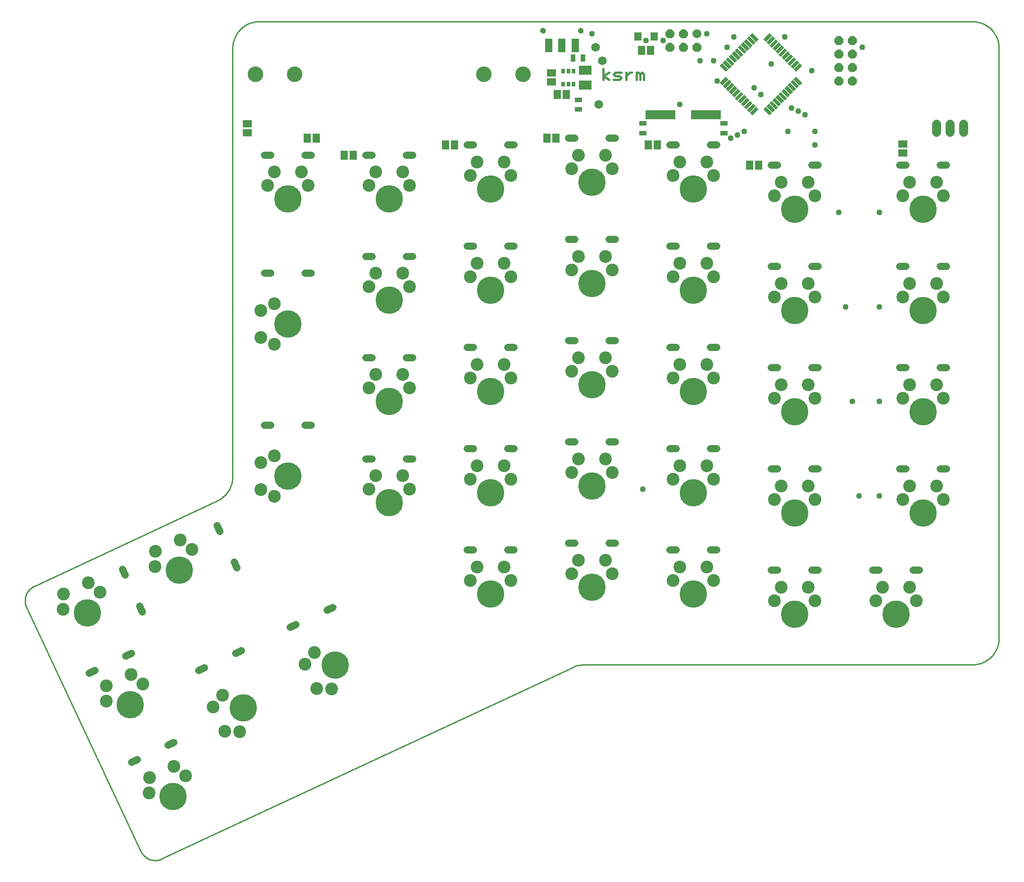
<source format=gts>
G75*
G70*
%OFA0B0*%
%FSLAX24Y24*%
%IPPOS*%
%LPD*%
%AMOC8*
5,1,8,0,0,1.08239X$1,22.5*
%
%ADD10C,0.0100*%
%ADD11C,0.0180*%
%ADD12C,0.0945*%
%ADD13C,0.2030*%
%ADD14C,0.0540*%
%ADD15C,0.1155*%
%ADD16R,0.0651X0.0257*%
%ADD17R,0.0257X0.0651*%
%ADD18R,0.2225X0.0651*%
%ADD19R,0.0532X0.0375*%
%ADD20OC8,0.0660*%
%ADD21R,0.0296X0.0375*%
%ADD22R,0.0926X0.0690*%
%ADD23R,0.0532X0.1044*%
%ADD24C,0.0000*%
%ADD25C,0.0414*%
%ADD26C,0.0660*%
%ADD27R,0.0572X0.0651*%
%ADD28R,0.0651X0.0572*%
%ADD29R,0.0375X0.0532*%
%ADD30R,0.0532X0.0611*%
%ADD31C,0.0660*%
%ADD32C,0.0651*%
%ADD33C,0.0436*%
D10*
X011301Y002388D02*
X002853Y020446D01*
X002827Y020506D01*
X002804Y020569D01*
X002785Y020632D01*
X002769Y020696D01*
X002757Y020761D01*
X002748Y020827D01*
X002743Y020893D01*
X002742Y020959D01*
X002745Y021026D01*
X002751Y021092D01*
X002761Y021157D01*
X002775Y021222D01*
X002792Y021286D01*
X002813Y021349D01*
X002837Y021410D01*
X002865Y021470D01*
X002896Y021529D01*
X002930Y021586D01*
X002968Y021640D01*
X003008Y021693D01*
X003051Y021743D01*
X003098Y021791D01*
X003146Y021836D01*
X003197Y021878D01*
X003251Y021917D01*
X003306Y021953D01*
X003364Y021986D01*
X003423Y022016D01*
X003422Y022016D02*
X016965Y028348D01*
X016966Y028347D02*
X017049Y028389D01*
X017130Y028434D01*
X017209Y028483D01*
X017286Y028536D01*
X017360Y028592D01*
X017431Y028652D01*
X017500Y028715D01*
X017565Y028781D01*
X017627Y028850D01*
X017686Y028922D01*
X017741Y028997D01*
X017793Y029074D01*
X017841Y029153D01*
X017885Y029235D01*
X017926Y029319D01*
X017962Y029405D01*
X017994Y029492D01*
X018022Y029580D01*
X018046Y029670D01*
X018066Y029761D01*
X018081Y029853D01*
X018092Y029945D01*
X018099Y030038D01*
X018101Y030131D01*
X018100Y030131D02*
X018100Y061870D01*
X018102Y061964D01*
X018109Y062057D01*
X018120Y062150D01*
X018136Y062243D01*
X018156Y062334D01*
X018180Y062425D01*
X018208Y062514D01*
X018241Y062602D01*
X018278Y062688D01*
X018319Y062772D01*
X018364Y062855D01*
X018413Y062935D01*
X018465Y063012D01*
X018521Y063087D01*
X018581Y063159D01*
X018644Y063229D01*
X018710Y063295D01*
X018780Y063358D01*
X018852Y063418D01*
X018927Y063474D01*
X019004Y063526D01*
X019084Y063575D01*
X019167Y063620D01*
X019251Y063661D01*
X019337Y063698D01*
X019425Y063731D01*
X019514Y063759D01*
X019605Y063783D01*
X019696Y063803D01*
X019789Y063819D01*
X019882Y063830D01*
X019975Y063837D01*
X020069Y063839D01*
X072825Y063839D01*
X072919Y063837D01*
X073012Y063830D01*
X073105Y063819D01*
X073198Y063803D01*
X073289Y063783D01*
X073380Y063759D01*
X073469Y063731D01*
X073557Y063698D01*
X073643Y063661D01*
X073727Y063620D01*
X073809Y063575D01*
X073890Y063526D01*
X073967Y063474D01*
X074042Y063418D01*
X074114Y063358D01*
X074184Y063295D01*
X074250Y063229D01*
X074313Y063159D01*
X074373Y063087D01*
X074429Y063012D01*
X074481Y062935D01*
X074530Y062854D01*
X074575Y062772D01*
X074616Y062688D01*
X074653Y062602D01*
X074686Y062514D01*
X074714Y062425D01*
X074738Y062334D01*
X074758Y062243D01*
X074774Y062150D01*
X074785Y062057D01*
X074792Y061964D01*
X074794Y061870D01*
X074793Y061870D02*
X074793Y018169D01*
X074794Y018169D02*
X074792Y018075D01*
X074785Y017982D01*
X074774Y017889D01*
X074758Y017796D01*
X074738Y017705D01*
X074714Y017614D01*
X074686Y017525D01*
X074653Y017437D01*
X074616Y017351D01*
X074575Y017267D01*
X074530Y017185D01*
X074481Y017104D01*
X074429Y017027D01*
X074373Y016952D01*
X074313Y016880D01*
X074250Y016810D01*
X074184Y016744D01*
X074114Y016681D01*
X074042Y016621D01*
X073967Y016565D01*
X073890Y016513D01*
X073810Y016464D01*
X073727Y016419D01*
X073643Y016378D01*
X073557Y016341D01*
X073469Y016308D01*
X073380Y016280D01*
X073289Y016256D01*
X073198Y016236D01*
X073105Y016220D01*
X073012Y016209D01*
X072919Y016202D01*
X072825Y016200D01*
X072825Y016201D02*
X044127Y016201D01*
X043295Y016016D02*
X012870Y001818D01*
X012807Y001791D01*
X012743Y001767D01*
X012677Y001747D01*
X012610Y001731D01*
X012543Y001720D01*
X012475Y001712D01*
X012406Y001708D01*
X012337Y001707D01*
X012269Y001711D01*
X012201Y001719D01*
X012133Y001731D01*
X012066Y001747D01*
X012000Y001767D01*
X011936Y001790D01*
X011873Y001817D01*
X011811Y001848D01*
X011752Y001882D01*
X011695Y001920D01*
X011639Y001961D01*
X011587Y002005D01*
X011537Y002052D01*
X011490Y002102D01*
X011445Y002154D01*
X011404Y002209D01*
X011367Y002267D01*
X011332Y002326D01*
X011301Y002387D01*
X043294Y016016D02*
X043382Y016055D01*
X043471Y016089D01*
X043562Y016118D01*
X043654Y016143D01*
X043747Y016164D01*
X043841Y016180D01*
X043936Y016192D01*
X044031Y016199D01*
X044127Y016201D01*
D11*
X045531Y059527D02*
X045531Y060348D01*
X045941Y060074D02*
X045531Y059801D01*
X045941Y059527D01*
X046298Y059527D02*
X046708Y059527D01*
X046845Y059664D01*
X046708Y059801D01*
X046435Y059801D01*
X046298Y059937D01*
X046435Y060074D01*
X046845Y060074D01*
X047219Y060074D02*
X047219Y059527D01*
X047219Y059801D02*
X047492Y060074D01*
X047629Y060074D01*
X047986Y060074D02*
X048123Y060074D01*
X048260Y059937D01*
X048396Y060074D01*
X048533Y059937D01*
X048533Y059527D01*
X048260Y059527D02*
X048260Y059937D01*
X047986Y060074D02*
X047986Y059527D01*
D12*
X045691Y053937D03*
X046191Y052937D03*
X043691Y053937D03*
X043191Y052937D03*
X038691Y052437D03*
X038191Y053437D03*
X036191Y053437D03*
X035691Y052437D03*
X031191Y051687D03*
X030691Y052687D03*
X028691Y052687D03*
X028191Y051687D03*
X023691Y051687D03*
X023191Y052687D03*
X021191Y052687D03*
X020691Y051687D03*
X028691Y045187D03*
X028191Y044187D03*
X030691Y045187D03*
X031191Y044187D03*
X035691Y044937D03*
X036191Y045937D03*
X038191Y045937D03*
X038691Y044937D03*
X043191Y045437D03*
X043691Y046437D03*
X045691Y046437D03*
X046191Y045437D03*
X050691Y044937D03*
X051191Y045937D03*
X053191Y045937D03*
X053691Y044937D03*
X058191Y043437D03*
X058691Y044437D03*
X060691Y044437D03*
X061191Y043437D03*
X067691Y043437D03*
X068191Y044437D03*
X070191Y044437D03*
X070691Y043437D03*
X070191Y036937D03*
X070691Y035937D03*
X068191Y036937D03*
X067691Y035937D03*
X061191Y035937D03*
X060691Y036937D03*
X058691Y036937D03*
X058191Y035937D03*
X053691Y037437D03*
X053191Y038437D03*
X051191Y038437D03*
X050691Y037437D03*
X046191Y037937D03*
X045691Y038937D03*
X043691Y038937D03*
X043191Y037937D03*
X038691Y037437D03*
X038191Y038437D03*
X036191Y038437D03*
X035691Y037437D03*
X031191Y036687D03*
X030691Y037687D03*
X028691Y037687D03*
X028191Y036687D03*
X021191Y039933D03*
X020191Y040433D03*
X020191Y042433D03*
X021191Y042933D03*
X021191Y031683D03*
X020191Y031183D03*
X020191Y029183D03*
X021191Y028683D03*
X015086Y024741D03*
X014210Y025436D03*
X012397Y024591D03*
X012367Y023474D03*
X008289Y021572D03*
X007413Y022267D03*
X005600Y021422D03*
X005570Y020305D03*
X010582Y015470D03*
X011458Y014775D03*
X008769Y014625D03*
X008739Y013508D03*
X013752Y008672D03*
X014628Y007977D03*
X011939Y007827D03*
X011909Y006710D03*
X017513Y011254D03*
X018630Y011223D03*
X016667Y013066D03*
X017362Y013942D03*
X023464Y016236D03*
X024159Y017112D03*
X024310Y014424D03*
X025427Y014393D03*
X035691Y022437D03*
X036191Y023437D03*
X038191Y023437D03*
X038691Y022437D03*
X043191Y022937D03*
X043691Y023937D03*
X045691Y023937D03*
X046191Y022937D03*
X050691Y022437D03*
X051191Y023437D03*
X053191Y023437D03*
X053691Y022437D03*
X058191Y020937D03*
X058691Y021937D03*
X060691Y021937D03*
X061191Y020937D03*
X065691Y020937D03*
X066191Y021937D03*
X068191Y021937D03*
X068691Y020937D03*
X067691Y028437D03*
X068191Y029437D03*
X070191Y029437D03*
X070691Y028437D03*
X061191Y028437D03*
X060691Y029437D03*
X058691Y029437D03*
X058191Y028437D03*
X053691Y029937D03*
X053191Y030937D03*
X051191Y030937D03*
X050691Y029937D03*
X046191Y030437D03*
X045691Y031437D03*
X043691Y031437D03*
X043191Y030437D03*
X038691Y029937D03*
X038191Y030937D03*
X036191Y030937D03*
X035691Y029937D03*
X031191Y029187D03*
X030691Y030187D03*
X028691Y030187D03*
X028191Y029187D03*
X050691Y052437D03*
X051191Y053437D03*
X053191Y053437D03*
X053691Y052437D03*
X058191Y050937D03*
X058691Y051937D03*
X060691Y051937D03*
X061191Y050937D03*
X067691Y050937D03*
X068191Y051937D03*
X070191Y051937D03*
X070691Y050937D03*
D13*
X069191Y049937D03*
X069191Y042437D03*
X069191Y034937D03*
X069191Y027437D03*
X067191Y019937D03*
X059691Y019937D03*
X052191Y021437D03*
X059691Y027437D03*
X052191Y028937D03*
X059691Y034937D03*
X052191Y036437D03*
X059691Y042437D03*
X052191Y043937D03*
X059691Y049937D03*
X052191Y051437D03*
X044691Y051937D03*
X037191Y051437D03*
X029691Y050687D03*
X022191Y050687D03*
X029691Y043187D03*
X037191Y043937D03*
X044691Y044437D03*
X044691Y036937D03*
X037191Y036437D03*
X029691Y035687D03*
X022191Y030183D03*
X029691Y028187D03*
X037191Y028937D03*
X044691Y029437D03*
X044691Y021937D03*
X037191Y021437D03*
X025700Y016175D03*
X018903Y013005D03*
X013691Y006437D03*
X010521Y013235D03*
X007352Y020032D03*
X014149Y023201D03*
X022191Y041433D03*
D14*
X011049Y009155D02*
X010614Y008952D01*
X013333Y010220D02*
X013768Y010422D01*
X015598Y015752D02*
X016033Y015955D01*
X018317Y017020D02*
X018752Y017223D01*
X022364Y018952D02*
X022799Y019155D01*
X025083Y020220D02*
X025518Y020422D01*
X018426Y023360D02*
X018223Y023795D01*
X017158Y026079D02*
X016955Y026514D01*
X009955Y023264D02*
X010158Y022829D01*
X011223Y020545D02*
X011426Y020110D01*
X010634Y017039D02*
X010199Y016836D01*
X007916Y015771D02*
X007481Y015569D01*
X027951Y031437D02*
X028431Y031437D01*
X030951Y031437D02*
X031431Y031437D01*
X035451Y032187D02*
X035931Y032187D01*
X038451Y032187D02*
X038931Y032187D01*
X042951Y032687D02*
X043431Y032687D01*
X045951Y032687D02*
X046431Y032687D01*
X050451Y032187D02*
X050931Y032187D01*
X053451Y032187D02*
X053931Y032187D01*
X057951Y030687D02*
X058431Y030687D01*
X060951Y030687D02*
X061431Y030687D01*
X067451Y030687D02*
X067931Y030687D01*
X070451Y030687D02*
X070931Y030687D01*
X070931Y038187D02*
X070451Y038187D01*
X067931Y038187D02*
X067451Y038187D01*
X061431Y038187D02*
X060951Y038187D01*
X058431Y038187D02*
X057951Y038187D01*
X053931Y039687D02*
X053451Y039687D01*
X050931Y039687D02*
X050451Y039687D01*
X046431Y040187D02*
X045951Y040187D01*
X043431Y040187D02*
X042951Y040187D01*
X038931Y039687D02*
X038451Y039687D01*
X035931Y039687D02*
X035451Y039687D01*
X031431Y038937D02*
X030951Y038937D01*
X028431Y038937D02*
X027951Y038937D01*
X023931Y033937D02*
X023451Y033937D01*
X020931Y033937D02*
X020451Y033937D01*
X020451Y045187D02*
X020931Y045187D01*
X023451Y045187D02*
X023931Y045187D01*
X027951Y046437D02*
X028431Y046437D01*
X030951Y046437D02*
X031431Y046437D01*
X035451Y047187D02*
X035931Y047187D01*
X038451Y047187D02*
X038931Y047187D01*
X042951Y047687D02*
X043431Y047687D01*
X045951Y047687D02*
X046431Y047687D01*
X050451Y047187D02*
X050931Y047187D01*
X053451Y047187D02*
X053931Y047187D01*
X057951Y045687D02*
X058431Y045687D01*
X060951Y045687D02*
X061431Y045687D01*
X067451Y045687D02*
X067931Y045687D01*
X070451Y045687D02*
X070931Y045687D01*
X070931Y053187D02*
X070451Y053187D01*
X067931Y053187D02*
X067451Y053187D01*
X061431Y053187D02*
X060951Y053187D01*
X058431Y053187D02*
X057951Y053187D01*
X053931Y054687D02*
X053451Y054687D01*
X050931Y054687D02*
X050451Y054687D01*
X046431Y055187D02*
X045951Y055187D01*
X043431Y055187D02*
X042951Y055187D01*
X038931Y054687D02*
X038451Y054687D01*
X035931Y054687D02*
X035451Y054687D01*
X031431Y053937D02*
X030951Y053937D01*
X028431Y053937D02*
X027951Y053937D01*
X023931Y053937D02*
X023451Y053937D01*
X020931Y053937D02*
X020451Y053937D01*
X042951Y025187D02*
X043431Y025187D01*
X045951Y025187D02*
X046431Y025187D01*
X050451Y024687D02*
X050931Y024687D01*
X053451Y024687D02*
X053931Y024687D01*
X057951Y023187D02*
X058431Y023187D01*
X060951Y023187D02*
X061431Y023187D01*
X065451Y023187D02*
X065931Y023187D01*
X068451Y023187D02*
X068931Y023187D01*
X038931Y024687D02*
X038451Y024687D01*
X035931Y024687D02*
X035451Y024687D01*
D15*
X036691Y059937D03*
X039591Y059937D03*
X022691Y059937D03*
X019791Y059937D03*
D16*
G36*
X054601Y060118D02*
X054142Y060577D01*
X054323Y060758D01*
X054782Y060299D01*
X054601Y060118D01*
G37*
G36*
X054824Y060341D02*
X054365Y060800D01*
X054546Y060981D01*
X055005Y060522D01*
X054824Y060341D01*
G37*
G36*
X055047Y060564D02*
X054588Y061023D01*
X054769Y061204D01*
X055228Y060745D01*
X055047Y060564D01*
G37*
G36*
X055270Y060786D02*
X054811Y061245D01*
X054992Y061426D01*
X055451Y060967D01*
X055270Y060786D01*
G37*
G36*
X055492Y061009D02*
X055033Y061468D01*
X055214Y061649D01*
X055673Y061190D01*
X055492Y061009D01*
G37*
G36*
X055715Y061232D02*
X055256Y061691D01*
X055437Y061872D01*
X055896Y061413D01*
X055715Y061232D01*
G37*
G36*
X055938Y061455D02*
X055479Y061914D01*
X055660Y062095D01*
X056119Y061636D01*
X055938Y061455D01*
G37*
G36*
X056160Y061677D02*
X055701Y062136D01*
X055882Y062317D01*
X056341Y061858D01*
X056160Y061677D01*
G37*
G36*
X056383Y061900D02*
X055924Y062359D01*
X056105Y062540D01*
X056564Y062081D01*
X056383Y061900D01*
G37*
G36*
X056606Y062123D02*
X056147Y062582D01*
X056328Y062763D01*
X056787Y062304D01*
X056606Y062123D01*
G37*
G36*
X056829Y062345D02*
X056370Y062804D01*
X056551Y062985D01*
X057010Y062526D01*
X056829Y062345D01*
G37*
G36*
X060058Y059116D02*
X059599Y059575D01*
X059780Y059756D01*
X060239Y059297D01*
X060058Y059116D01*
G37*
G36*
X059835Y058893D02*
X059376Y059352D01*
X059557Y059533D01*
X060016Y059074D01*
X059835Y058893D01*
G37*
G36*
X059612Y058671D02*
X059153Y059130D01*
X059334Y059311D01*
X059793Y058852D01*
X059612Y058671D01*
G37*
G36*
X059390Y058448D02*
X058931Y058907D01*
X059112Y059088D01*
X059571Y058629D01*
X059390Y058448D01*
G37*
G36*
X059167Y058225D02*
X058708Y058684D01*
X058889Y058865D01*
X059348Y058406D01*
X059167Y058225D01*
G37*
G36*
X058944Y058002D02*
X058485Y058461D01*
X058666Y058642D01*
X059125Y058183D01*
X058944Y058002D01*
G37*
G36*
X058722Y057780D02*
X058263Y058239D01*
X058444Y058420D01*
X058903Y057961D01*
X058722Y057780D01*
G37*
G36*
X058499Y057557D02*
X058040Y058016D01*
X058221Y058197D01*
X058680Y057738D01*
X058499Y057557D01*
G37*
G36*
X058276Y057334D02*
X057817Y057793D01*
X057998Y057974D01*
X058457Y057515D01*
X058276Y057334D01*
G37*
G36*
X058053Y057112D02*
X057594Y057571D01*
X057775Y057752D01*
X058234Y057293D01*
X058053Y057112D01*
G37*
G36*
X057831Y056889D02*
X057372Y057348D01*
X057553Y057529D01*
X058012Y057070D01*
X057831Y056889D01*
G37*
D17*
G36*
X056551Y056889D02*
X056370Y057070D01*
X056829Y057529D01*
X057010Y057348D01*
X056551Y056889D01*
G37*
G36*
X056328Y057112D02*
X056147Y057293D01*
X056606Y057752D01*
X056787Y057571D01*
X056328Y057112D01*
G37*
G36*
X056105Y057334D02*
X055924Y057515D01*
X056383Y057974D01*
X056564Y057793D01*
X056105Y057334D01*
G37*
G36*
X055882Y057557D02*
X055701Y057738D01*
X056160Y058197D01*
X056341Y058016D01*
X055882Y057557D01*
G37*
G36*
X055660Y057780D02*
X055479Y057961D01*
X055938Y058420D01*
X056119Y058239D01*
X055660Y057780D01*
G37*
G36*
X055437Y058002D02*
X055256Y058183D01*
X055715Y058642D01*
X055896Y058461D01*
X055437Y058002D01*
G37*
G36*
X055214Y058225D02*
X055033Y058406D01*
X055492Y058865D01*
X055673Y058684D01*
X055214Y058225D01*
G37*
G36*
X054992Y058448D02*
X054811Y058629D01*
X055270Y059088D01*
X055451Y058907D01*
X054992Y058448D01*
G37*
G36*
X054769Y058671D02*
X054588Y058852D01*
X055047Y059311D01*
X055228Y059130D01*
X054769Y058671D01*
G37*
G36*
X054546Y058893D02*
X054365Y059074D01*
X054824Y059533D01*
X055005Y059352D01*
X054546Y058893D01*
G37*
G36*
X054323Y059116D02*
X054142Y059297D01*
X054601Y059756D01*
X054782Y059575D01*
X054323Y059116D01*
G37*
G36*
X057553Y062345D02*
X057372Y062526D01*
X057831Y062985D01*
X058012Y062804D01*
X057553Y062345D01*
G37*
G36*
X057775Y062123D02*
X057594Y062304D01*
X058053Y062763D01*
X058234Y062582D01*
X057775Y062123D01*
G37*
G36*
X057998Y061900D02*
X057817Y062081D01*
X058276Y062540D01*
X058457Y062359D01*
X057998Y061900D01*
G37*
G36*
X058221Y061677D02*
X058040Y061858D01*
X058499Y062317D01*
X058680Y062136D01*
X058221Y061677D01*
G37*
G36*
X058444Y061455D02*
X058263Y061636D01*
X058722Y062095D01*
X058903Y061914D01*
X058444Y061455D01*
G37*
G36*
X058666Y061232D02*
X058485Y061413D01*
X058944Y061872D01*
X059125Y061691D01*
X058666Y061232D01*
G37*
G36*
X058889Y061009D02*
X058708Y061190D01*
X059167Y061649D01*
X059348Y061468D01*
X058889Y061009D01*
G37*
G36*
X059112Y060786D02*
X058931Y060967D01*
X059390Y061426D01*
X059571Y061245D01*
X059112Y060786D01*
G37*
G36*
X059334Y060564D02*
X059153Y060745D01*
X059612Y061204D01*
X059793Y061023D01*
X059334Y060564D01*
G37*
G36*
X059557Y060341D02*
X059376Y060522D01*
X059835Y060981D01*
X060016Y060800D01*
X059557Y060341D01*
G37*
G36*
X059780Y060118D02*
X059599Y060299D01*
X060058Y060758D01*
X060239Y060577D01*
X059780Y060118D01*
G37*
D18*
X053134Y056937D03*
X049748Y056937D03*
D19*
X048441Y056291D03*
X048441Y055583D03*
X043691Y057333D03*
X043691Y058041D03*
X054441Y056291D03*
X054441Y055583D03*
D20*
X052441Y061937D03*
X051441Y061937D03*
X051441Y062937D03*
X050441Y062937D03*
X050441Y061937D03*
X062941Y061437D03*
X063941Y061437D03*
X063941Y060437D03*
X062941Y060437D03*
X062941Y059437D03*
X063941Y059437D03*
X063941Y062437D03*
X062941Y062437D03*
D21*
X043315Y060179D03*
X042941Y060179D03*
X042567Y060179D03*
X042567Y059195D03*
X042941Y059195D03*
X043315Y059195D03*
D22*
X044191Y059136D03*
X044191Y060238D03*
D23*
X043443Y062077D03*
X042458Y062077D03*
X041474Y062077D03*
D24*
X040884Y063160D02*
X040886Y063186D01*
X040892Y063212D01*
X040902Y063237D01*
X040915Y063260D01*
X040931Y063280D01*
X040951Y063298D01*
X040973Y063313D01*
X040996Y063325D01*
X041022Y063333D01*
X041048Y063337D01*
X041074Y063337D01*
X041100Y063333D01*
X041126Y063325D01*
X041150Y063313D01*
X041171Y063298D01*
X041191Y063280D01*
X041207Y063260D01*
X041220Y063237D01*
X041230Y063212D01*
X041236Y063186D01*
X041238Y063160D01*
X041236Y063134D01*
X041230Y063108D01*
X041220Y063083D01*
X041207Y063060D01*
X041191Y063040D01*
X041171Y063022D01*
X041149Y063007D01*
X041126Y062995D01*
X041100Y062987D01*
X041074Y062983D01*
X041048Y062983D01*
X041022Y062987D01*
X040996Y062995D01*
X040972Y063007D01*
X040951Y063022D01*
X040931Y063040D01*
X040915Y063060D01*
X040902Y063083D01*
X040892Y063108D01*
X040886Y063134D01*
X040884Y063160D01*
X043679Y063160D02*
X043681Y063186D01*
X043687Y063212D01*
X043697Y063237D01*
X043710Y063260D01*
X043726Y063280D01*
X043746Y063298D01*
X043768Y063313D01*
X043791Y063325D01*
X043817Y063333D01*
X043843Y063337D01*
X043869Y063337D01*
X043895Y063333D01*
X043921Y063325D01*
X043945Y063313D01*
X043966Y063298D01*
X043986Y063280D01*
X044002Y063260D01*
X044015Y063237D01*
X044025Y063212D01*
X044031Y063186D01*
X044033Y063160D01*
X044031Y063134D01*
X044025Y063108D01*
X044015Y063083D01*
X044002Y063060D01*
X043986Y063040D01*
X043966Y063022D01*
X043944Y063007D01*
X043921Y062995D01*
X043895Y062987D01*
X043869Y062983D01*
X043843Y062983D01*
X043817Y062987D01*
X043791Y062995D01*
X043767Y063007D01*
X043746Y063022D01*
X043726Y063040D01*
X043710Y063060D01*
X043697Y063083D01*
X043687Y063108D01*
X043681Y063134D01*
X043679Y063160D01*
D25*
X043856Y063160D03*
X041061Y063160D03*
D26*
X052441Y062937D03*
D27*
X049025Y061687D03*
X048356Y061687D03*
X042775Y058437D03*
X042106Y058437D03*
X042025Y055187D03*
X041356Y055187D03*
X034525Y054687D03*
X033856Y054687D03*
X027025Y053937D03*
X026356Y053937D03*
X024275Y055187D03*
X023606Y055187D03*
X048856Y054687D03*
X049525Y054687D03*
X056356Y053187D03*
X057025Y053187D03*
D28*
X067691Y054103D03*
X067691Y054772D03*
X041691Y059353D03*
X041691Y060022D03*
X019191Y056272D03*
X019191Y055603D03*
D29*
X043299Y061150D03*
X044008Y061150D03*
D30*
X048100Y062740D03*
X049281Y062740D03*
D31*
X070191Y056237D02*
X070191Y055637D01*
X071191Y055637D02*
X071191Y056237D01*
X072191Y056237D02*
X072191Y055637D01*
D32*
X045441Y060937D03*
X044941Y061937D03*
X045191Y057687D03*
D33*
X048691Y062437D03*
X049941Y062437D03*
X052691Y060937D03*
X053691Y060937D03*
X054691Y061937D03*
X055191Y062687D03*
X053191Y062937D03*
X053941Y059437D03*
X056691Y058937D03*
X057191Y058437D03*
X057941Y060687D03*
X058941Y062687D03*
X060941Y060187D03*
X059441Y057437D03*
X059941Y057187D03*
X060441Y056937D03*
X061191Y055687D03*
X061191Y054687D03*
X059191Y055687D03*
X055941Y055687D03*
X055441Y055437D03*
X054941Y055187D03*
X051191Y057687D03*
X044691Y062937D03*
X062941Y049687D03*
X065941Y049687D03*
X065941Y042687D03*
X063441Y042687D03*
X063941Y035687D03*
X065941Y035687D03*
X065941Y028687D03*
X064441Y028687D03*
X048441Y029187D03*
X064691Y061937D03*
M02*

</source>
